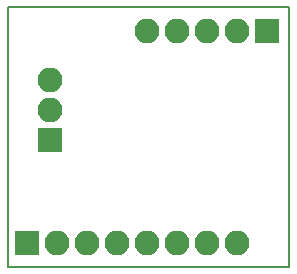
<source format=gbr>
G04 #@! TF.FileFunction,Soldermask,Top*
%FSLAX46Y46*%
G04 Gerber Fmt 4.6, Leading zero omitted, Abs format (unit mm)*
G04 Created by KiCad (PCBNEW 4.0.6) date Tue May 26 19:12:12 2020*
%MOMM*%
%LPD*%
G01*
G04 APERTURE LIST*
%ADD10C,0.100000*%
%ADD11C,0.150000*%
%ADD12R,2.100000X2.100000*%
%ADD13O,2.100000X2.100000*%
G04 APERTURE END LIST*
D10*
D11*
X39430000Y-46430000D02*
X39440000Y-46430000D01*
X39430000Y-24470000D02*
X39430000Y-46430000D01*
X63210000Y-24470000D02*
X39430000Y-24470000D01*
X63210000Y-46430000D02*
X63210000Y-24470000D01*
X39440000Y-46430000D02*
X63210000Y-46430000D01*
D12*
X41030000Y-44430000D03*
D13*
X43570000Y-44430000D03*
X46110000Y-44430000D03*
X48650000Y-44430000D03*
X51190000Y-44430000D03*
X53730000Y-44430000D03*
X56270000Y-44430000D03*
X58810000Y-44430000D03*
D12*
X61360000Y-26450000D03*
D13*
X58820000Y-26450000D03*
X56280000Y-26450000D03*
X53740000Y-26450000D03*
X51200000Y-26450000D03*
D12*
X43000000Y-35700000D03*
D13*
X43000000Y-33160000D03*
X43000000Y-30620000D03*
M02*

</source>
